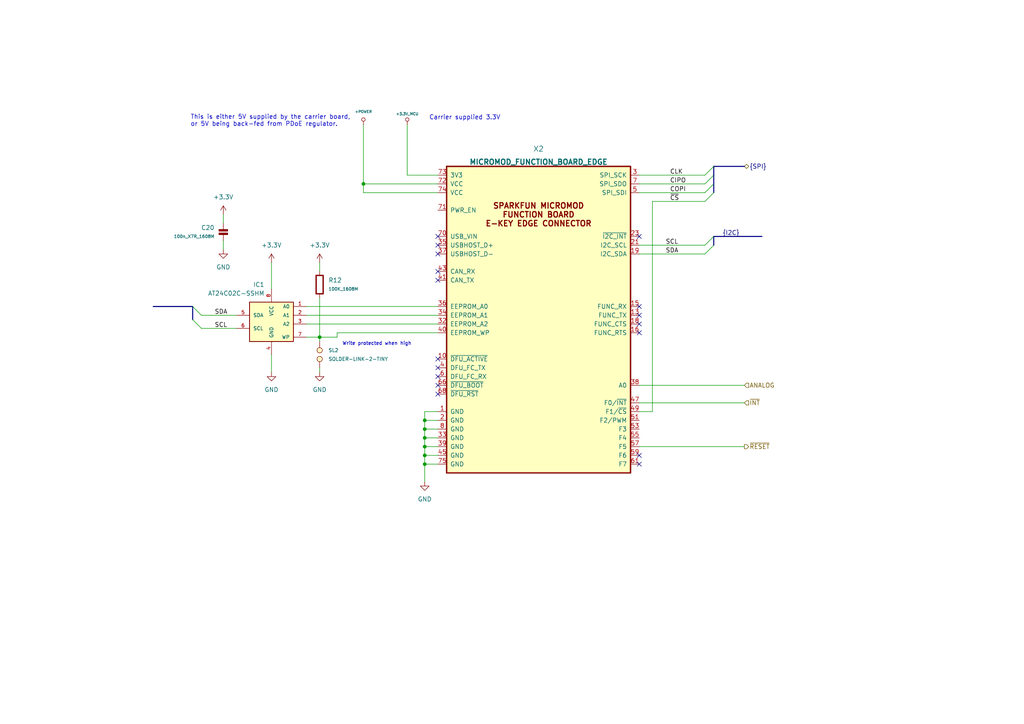
<source format=kicad_sch>
(kicad_sch (version 20230121) (generator eeschema)
  (paper "A4")
  (lib_symbols
    (symbol "appli_capacitor:100n_X7R_1608M" (pin_numbers hide) (pin_names (offset 0.254))
      (property "Reference" "C" (at -2.286 -2.54 90))
      (property "Value" "100n_X7R_1608M" (at 2.159 -2.54 90))
      (symbol "100n_X7R_1608M_0_1"
        (rectangle (start -1.27 -2.794) (end 1.27 -3.302) (fill (type outline)))
        (rectangle (start -1.27 -1.778) (end 1.27 -2.286) (fill (type outline)))
      )
      (symbol "100n_X7R_1608M_1_1"
        (pin passive line (at 0 0 270) (length 1.778) (name "~") (number "1"))
        (pin passive line (at 0 -5.08 90) (length 1.778) (name "~") (number "2"))
      )
    )
    (symbol "appli_connector:M2_EDGE_CONN_MICROMOD_FN" (pin_names (offset 1.016))
      (property "Reference" "X" (at 0 8.89 0))
      (property "Value" "MICROMOD_FUNCTION_BOARD_EDGE" (at 0 -85.09 0))
      (symbol "M2_EDGE_CONN_MICROMOD_FN_0_1"
        (rectangle (start -26.67 7.62) (end 26.67 -81.28) (stroke (width 0.4064)) (fill (type background)))
      )
      (symbol "M2_EDGE_CONN_MICROMOD_FN_1_0"
        (pin passive line (at -29.21 -48.26 0) (length 2.54) (name "~{DFU_ACTIVE}") (number "10"))
        (pin passive line (at 29.21 -35.56 180) (length 2.54) (name "FUNC_TX") (number "13"))
        (pin passive line (at 29.21 -33.02 180) (length 2.54) (name "FUNC_RX") (number "15"))
        (pin passive line (at 29.21 -40.64 180) (length 2.54) (name "FUNC_RTS") (number "16"))
        (pin passive line (at 29.21 -38.1 180) (length 2.54) (name "FUNC_CTS") (number "18"))
        (pin passive line (at 29.21 -17.78 180) (length 2.54) (name "I2C_SDA") (number "19"))
        (pin passive line (at -29.21 -66.04 0) (length 2.54) (name "GND") (number "2"))
        (pin passive line (at 29.21 -15.24 180) (length 2.54) (name "I2C_SCL") (number "21"))
        (pin passive line (at 29.21 -12.7 180) (length 2.54) (name "~{I2C_INT}") (number "23"))
        (pin passive line (at 29.21 5.08 180) (length 2.54) (name "SPI_SCK") (number "3"))
        (pin passive line (at -29.21 -38.1 0) (length 2.54) (name "EEPROM_A2") (number "32"))
        (pin passive line (at -29.21 -71.12 0) (length 2.54) (name "GND") (number "33"))
        (pin passive line (at -29.21 -35.56 0) (length 2.54) (name "EEPROM_A1") (number "34"))
        (pin passive line (at -29.21 -15.24 0) (length 2.54) (name "USBHOST_D+") (number "35"))
        (pin passive line (at -29.21 -33.02 0) (length 2.54) (name "EEPROM_A0") (number "36"))
        (pin passive line (at -29.21 -17.78 0) (length 2.54) (name "USBHOST_D-") (number "37"))
        (pin passive line (at 29.21 -55.88 180) (length 2.54) (name "A0") (number "38"))
        (pin passive line (at -29.21 -73.66 0) (length 2.54) (name "GND") (number "39"))
        (pin passive line (at -29.21 -50.8 0) (length 2.54) (name "DFU_FC_TX") (number "4"))
        (pin passive line (at -29.21 -40.64 0) (length 2.54) (name "EEPROM_WP") (number "40"))
        (pin passive line (at -29.21 -25.4 0) (length 2.54) (name "CAN_TX") (number "41"))
        (pin passive line (at -29.21 -22.86 0) (length 2.54) (name "CAN_RX") (number "43"))
        (pin passive line (at -29.21 -76.2 0) (length 2.54) (name "GND") (number "45"))
        (pin passive line (at 29.21 -60.96 180) (length 2.54) (name "F0/~{INT}") (number "47"))
        (pin passive line (at 29.21 -63.5 180) (length 2.54) (name "F1/~{CS}") (number "49"))
        (pin passive line (at 29.21 0 180) (length 2.54) (name "SPI_SDI") (number "5"))
        (pin passive line (at 29.21 -66.04 180) (length 2.54) (name "F2/PWM") (number "51"))
        (pin passive line (at 29.21 -68.58 180) (length 2.54) (name "F3") (number "53"))
        (pin passive line (at 29.21 -71.12 180) (length 2.54) (name "F4") (number "55"))
        (pin passive line (at 29.21 -73.66 180) (length 2.54) (name "F5") (number "57"))
        (pin passive line (at 29.21 -76.2 180) (length 2.54) (name "F6") (number "59"))
        (pin passive line (at -29.21 -53.34 0) (length 2.54) (name "DFU_FC_RX") (number "6"))
        (pin passive line (at 29.21 -78.74 180) (length 2.54) (name "F7") (number "61"))
        (pin passive line (at -29.21 -55.88 0) (length 2.54) (name "~{DFU_BOOT}") (number "66"))
        (pin passive line (at -29.21 -58.42 0) (length 2.54) (name "~{DFU_RST}") (number "68"))
        (pin passive line (at 29.21 2.54 180) (length 2.54) (name "SPI_SDO") (number "7"))
        (pin passive line (at -29.21 -12.7 0) (length 2.54) (name "USB_VIN") (number "70"))
        (pin passive line (at -29.21 -5.08 0) (length 2.54) (name "PWR_EN") (number "71"))
        (pin passive line (at -29.21 2.54 0) (length 2.54) (name "VCC") (number "72"))
        (pin passive line (at -29.21 5.08 0) (length 2.54) (name "3V3") (number "73"))
        (pin passive line (at -29.21 0 0) (length 2.54) (name "VCC") (number "74"))
        (pin passive line (at -29.21 -78.74 0) (length 2.54) (name "GND") (number "75"))
        (pin passive line (at -29.21 -68.58 0) (length 2.54) (name "GND") (number "8"))
      )
      (symbol "M2_EDGE_CONN_MICROMOD_FN_1_1"
        (text "SPARKFUN MICROMOD\nFUNCTION BOARD\nE-KEY EDGE CONNECTOR" (at 0 -6.35 0) (effects (font (size 1.6 1.6) bold)))
        (pin passive line (at -29.21 -63.5 0) (length 2.54) (name "GND") (number "1"))
      )
    )
    (symbol "appli_link:SOLDER-LINK-2-TINY" (pin_numbers hide) (pin_names (offset 0.762) hide)
      (property "Reference" "SL" (at 0 3.175 0))
      (property "Value" "SOLDER-LINK-2-TINY" (at 0.635 1.905 0))
      (symbol "SOLDER-LINK-2-TINY_0_1"
        (circle (center -1.27 0) (radius 0.762) (fill (type background)))
        (circle (center 1.27 0) (radius 0.762) (fill (type background)))
        (pin passive line (at -3.81 0 0) (length 1.778) (name "1") (number "1"))
        (pin passive line (at 3.81 0 180) (length 1.778) (name "2") (number "2"))
      )
    )
    (symbol "appli_memory:AT24C02C-SSHM" (pin_names (offset 1.016))
      (property "Reference" "IC" (at -5.08 6.35 0))
      (property "Value" "AT24C02C-SSHM" (at 8.89 -7.62 0))
      (symbol "AT24C02C-SSHM_0_1"
        (rectangle (start -6.35 5.08) (end 6.35 -6.35) (stroke (width 0.254)) (fill (type background)))
      )
      (symbol "AT24C02C-SSHM_1_1"
        (pin input line (at -10.16 3.81 0) (length 3.81) (name "A0") (number "1"))
        (pin input line (at -10.16 1.27 0) (length 3.81) (name "A1") (number "2"))
        (pin input line (at -10.16 -1.27 0) (length 3.81) (name "A2") (number "3"))
        (pin power_in line (at 0 -10.16 90) (length 3.81) (name "GND") (number "4"))
        (pin bidirectional line (at 10.16 1.27 180) (length 3.81) (name "SDA") (number "5"))
        (pin input line (at 10.16 -2.54 180) (length 3.81) (name "SCL") (number "6"))
        (pin input line (at -10.16 -5.08 0) (length 3.81) (name "WP") (number "7"))
        (pin power_in line (at 0 8.89 270) (length 3.81) (name "VCC") (number "8"))
      )
    )
    (symbol "appli_power:+3.3V" (power) (pin_names (offset 0))
      (property "Value" "+3.3V" (at 0 3.556 0))
      (symbol "+3.3V_0_1"
        (polyline (pts (xy -0.762 1.27) (xy 0 2.54)))
        (polyline (pts (xy 0 0) (xy 0 2.54)))
        (polyline (pts (xy 0 2.54) (xy 0.762 1.27)))
      )
      (symbol "+3.3V_1_1"
        (pin power_in line (at 0 0 90) (length 0) hide (name "+3.3V") (number "1"))
      )
    )
    (symbol "appli_power:+3.3V_MCU" (power) (pin_names (offset 0))
      (property "Value" "+3.3V_MCU" (at 0 2.794 0))
      (symbol "+3.3V_MCU_0_0"
        (pin power_in line (at 0 0 90) (length 0) hide (name "+3.3V_MCU") (number "1"))
      )
      (symbol "+3.3V_MCU_0_1"
        (polyline (pts (xy 0 0) (xy 0 1.016) (xy 0 1.016)))
        (circle (center 0 1.524) (radius 0.508))
      )
    )
    (symbol "appli_power:+POWER" (power) (pin_names (offset 0))
      (property "Value" "+POWER" (at 0 2.54 0))
      (symbol "+POWER_0_0"
        (pin power_in line (at 0 0 90) (length 0) hide (name "+POWER") (number "1"))
      )
      (symbol "+POWER_0_1"
        (polyline (pts (xy 0 0) (xy 0 1.016) (xy 0 1.016)))
        (circle (center 0 1.524) (radius 0.508))
      )
    )
    (symbol "appli_power:GND" (power) (pin_names (offset 0))
      (property "Value" "GND" (at 0 -3.81 0))
      (symbol "GND_0_1"
        (polyline (pts (xy 0 0) (xy 0 -1.27) (xy 1.27 -1.27) (xy 0 -2.54) (xy -1.27 -1.27) (xy 0 -1.27)))
      )
      (symbol "GND_1_1"
        (pin power_in line (at 0 0 270) (length 0) hide (name "GND") (number "1"))
      )
    )
    (symbol "appli_resistor:100K_1608M" (pin_numbers hide) (pin_names (offset 0))
      (property "Reference" "R" (at -2.159 -3.81 90))
      (property "Value" "100K_1608M" (at 2.032 -3.81 90))
      (symbol "100K_1608M_0_1"
        (rectangle (start -1.016 -1.143) (end 1.016 -6.477) (stroke (width 0.381)))
      )
      (symbol "100K_1608M_1_1"
        (pin passive line (at 0 0 270) (length 1.143) (name "~") (number "1"))
        (pin passive line (at 0 -7.62 90) (length 1.143) (name "~") (number "2"))
      )
    )
  )
  (junction (at 123.19 124.46))
  (junction (at 123.19 127))
  (junction (at 123.19 129.54))
  (junction (at 123.19 134.62))
  (junction (at 123.19 121.92))
  (junction (at 105.41 53.34))
  (junction (at 92.71 97.79))
  (junction (at 123.19 132.08))
  (no_connect (at 185.42 132.08))
  (no_connect (at 127 78.74))
  (no_connect (at 127 68.58))
  (no_connect (at 127 106.68))
  (no_connect (at 185.42 88.9))
  (no_connect (at 127 73.66))
  (no_connect (at 185.42 134.62))
  (no_connect (at 127 104.14))
  (no_connect (at 127 71.12))
  (no_connect (at 127 111.76))
  (no_connect (at 185.42 96.52))
  (no_connect (at 127 81.28))
  (no_connect (at 127 114.3))
  (no_connect (at 185.42 93.98))
  (no_connect (at 185.42 68.58))
  (no_connect (at 185.42 91.44))
  (no_connect (at 127 109.22))
  (bus_entry (at 204.47 73.66) (size 2.54 -2.54))
  (bus_entry (at 204.47 53.34) (size 2.54 -2.54))
  (bus_entry (at 204.47 50.8) (size 2.54 -2.54))
  (bus_entry (at 58.42 91.44) (size -2.54 -2.54))
  (bus_entry (at 204.47 58.42) (size 2.54 -2.54))
  (bus_entry (at 58.42 95.25) (size -2.54 -2.54))
  (bus_entry (at 204.47 55.88) (size 2.54 -2.54))
  (bus_entry (at 204.47 71.12) (size 2.54 -2.54))
  (wire (pts (xy 105.41 53.34) (xy 127 53.34)))
  (wire (pts (xy 185.42 116.84) (xy 215.9 116.84)))
  (wire (pts (xy 97.79 96.52) (xy 127 96.52)))
  (wire (pts (xy 189.23 58.42) (xy 189.23 119.38)))
  (wire (pts (xy 92.71 97.79) (xy 92.71 99.06)))
  (wire (pts (xy 88.9 88.9) (xy 127 88.9)))
  (wire (pts (xy 185.42 73.66) (xy 204.47 73.66)))
  (wire (pts (xy 92.71 86.36) (xy 92.71 97.79)))
  (wire (pts (xy 127 50.8) (xy 118.11 50.8)))
  (wire (pts (xy 123.19 129.54) (xy 127 129.54)))
  (wire (pts (xy 88.9 93.98) (xy 127 93.98)))
  (wire (pts (xy 78.74 76.2) (xy 78.74 83.82)))
  (wire (pts (xy 185.42 129.54) (xy 215.9 129.54)))
  (wire (pts (xy 64.77 69.85) (xy 64.77 72.39)))
  (bus (pts (xy 207.01 53.34) (xy 207.01 50.8)))
  (wire (pts (xy 97.79 97.79) (xy 92.71 97.79)))
  (bus (pts (xy 55.88 88.9) (xy 44.45 88.9)))
  (wire (pts (xy 123.19 132.08) (xy 127 132.08)))
  (wire (pts (xy 185.42 53.34) (xy 204.47 53.34)))
  (wire (pts (xy 123.19 132.08) (xy 123.19 134.62)))
  (wire (pts (xy 123.19 127) (xy 127 127)))
  (wire (pts (xy 123.19 121.92) (xy 127 121.92)))
  (wire (pts (xy 92.71 97.79) (xy 88.9 97.79)))
  (wire (pts (xy 123.19 121.92) (xy 123.19 124.46)))
  (wire (pts (xy 64.77 62.23) (xy 64.77 64.77)))
  (wire (pts (xy 127 119.38) (xy 123.19 119.38)))
  (wire (pts (xy 185.42 111.76) (xy 215.9 111.76)))
  (wire (pts (xy 88.9 91.44) (xy 127 91.44)))
  (wire (pts (xy 123.19 124.46) (xy 123.19 127)))
  (wire (pts (xy 123.19 127) (xy 123.19 129.54)))
  (wire (pts (xy 185.42 50.8) (xy 204.47 50.8)))
  (wire (pts (xy 189.23 58.42) (xy 204.47 58.42)))
  (bus (pts (xy 207.01 48.26) (xy 215.9 48.26)))
  (bus (pts (xy 207.01 71.12) (xy 207.01 68.58)))
  (wire (pts (xy 97.79 97.79) (xy 97.79 96.52)))
  (wire (pts (xy 123.19 134.62) (xy 127 134.62)))
  (wire (pts (xy 123.19 124.46) (xy 127 124.46)))
  (wire (pts (xy 92.71 76.2) (xy 92.71 78.74)))
  (wire (pts (xy 123.19 119.38) (xy 123.19 121.92)))
  (wire (pts (xy 123.19 134.62) (xy 123.19 139.7)))
  (wire (pts (xy 185.42 71.12) (xy 204.47 71.12)))
  (wire (pts (xy 118.11 36.195) (xy 118.11 50.8)))
  (bus (pts (xy 207.01 68.58) (xy 220.98 68.58)))
  (wire (pts (xy 78.74 102.87) (xy 78.74 107.95)))
  (wire (pts (xy 68.58 91.44) (xy 58.42 91.44)))
  (wire (pts (xy 123.19 129.54) (xy 123.19 132.08)))
  (wire (pts (xy 185.42 55.88) (xy 204.47 55.88)))
  (wire (pts (xy 68.58 95.25) (xy 58.42 95.25)))
  (bus (pts (xy 55.88 92.71) (xy 55.88 88.9)))
  (bus (pts (xy 207.01 50.8) (xy 207.01 48.26)))
  (wire (pts (xy 189.23 119.38) (xy 185.42 119.38)))
  (wire (pts (xy 105.41 55.88) (xy 105.41 53.34)))
  (wire (pts (xy 105.41 53.34) (xy 105.41 36.195)))
  (wire (pts (xy 127 55.88) (xy 105.41 55.88)))
  (wire (pts (xy 92.71 106.68) (xy 92.71 107.95)))
  (bus (pts (xy 207.01 55.88) (xy 207.01 53.34)))
  (text "Carrier supplied 3.3V" (at 124.46 34.925 0) (effects (font (size 1.27 1.27)) (justify left bottom)))
  (text "This is either 5V supplied by the carrier board,\nor 5V being back-fed from PDoE regulator." (at 55.245 36.83 0) (effects (font (size 1.27 1.27)) (justify left bottom)))
  (text "Write protected when high" (at 119.38 100.33 0) (effects (font (size 1 1)) (justify right bottom)))
  (label "SDA" (at 193.04 73.66 0))
  (label "CLK" (at 194.31 50.8 0))
  (label "~{CS}" (at 194.31 58.42 0))
  (label "COPI" (at 194.31 55.88 0))
  (label "CIPO" (at 194.31 53.34 0))
  (label "{I2C}" (at 209.55 68.58 0))
  (label "SDA" (at 62.23 91.44 0))
  (label "SCL" (at 193.04 71.12 0))
  (label "SCL" (at 62.23 95.25 0))
  (hierarchical_label "~{INT}" (shape input) (at 215.9 116.84 0))
  (hierarchical_label "~{RESET}" (shape output) (at 215.9 129.54 0))
  (hierarchical_label "ANALOG" (shape input) (at 215.9 111.76 0))
  (hierarchical_label "{SPI}" (shape bidirectional) (at 215.9 48.26 0))
  (symbol (lib_id "appli_power:GND") (at 78.74 107.95 0) (mirror y) (unit 1)
    (property "Reference" "#PWR029" (effects hide))
    (property "Value" "GND" (at 78.74 113.03 0))
    (instances (project "spe-sink" (path "" (reference "#PWR029") (unit 1)) (path "" (reference "#PWR032") (unit 1))))
  )
  (symbol (lib_id "appli_link:SOLDER-LINK-2-TINY") (at 92.71 102.87 90) (mirror x) (unit 1)
    (property "Reference" "SL2" (at 95.25 101.6 90) (effects (font (size 1.016 1.016)) (justify right)))
    (property "Value" "SOLDER-LINK-2-TINY" (at 95.25 104.14 90) (effects (font (size 1.016 1.016)) (justify right)))
    (property "Footprint" "Applidyne_Link:SJ1005-2N" (effects hide))
    (property "Datasheet" "DatasheetURL" (effects hide))
    (property "manf" "Manufacturer" (effects hide))
    (property "manf#" "ManufacturerPartNo" (effects hide))
    (property "Supplier" "Supplier" (effects hide))
    (property "Supplier Part No" "SupplierPartNo" (effects hide))
    (property "Supplier URL" "SupplierURL" (effects hide))
    (property "Supplier Price" "0" (effects hide))
    (property "Supplier Price Break" "1" (effects hide))
  )
  (symbol (lib_id "appli_power:+POWER") (at 105.41 36.195 0) (unit 1)
    (property "Reference" "#PWR054" (effects hide))
    (property "Value" "+POWER" (at 105.41 32.385 0) (effects (font (size 0.762 0.762))))
    (instances (project "spe-sink" (path "" (reference "#PWR054") (unit 1)) (path "" (reference "#PWR024") (unit 1))))
  )
  (symbol (lib_id "appli_power:+3.3V") (at 78.74 76.2 0) (mirror y) (unit 1)
    (property "Reference" "#PWR030" (effects hide))
    (property "Value" "+3.3V" (at 78.74 71.12 0))
    (instances (project "spe-sink" (path "" (reference "#PWR030") (unit 1)) (path "" (reference "#PWR031") (unit 1))))
  )
  (symbol (lib_id "appli_power:GND") (at 123.19 139.7 0) (unit 1)
    (property "Reference" "#PWR039" (effects hide))
    (property "Value" "GND" (at 123.19 144.78 0))
  )
  (symbol (lib_id "appli_power:+3.3V_MCU") (at 118.11 36.195 0) (unit 1)
    (property "Reference" "#PWR055" (effects hide))
    (property "Value" "+3.3V_MCU" (at 118.11 33.02 0) (effects (font (size 0.762 0.762))))
  )
  (symbol (lib_id "appli_power:+3.3V") (at 64.77 62.23 0) (mirror y) (unit 1)
    (property "Reference" "#PWR031" (effects hide))
    (property "Value" "+3.3V" (at 64.77 57.15 0))
    (instances (project "spe-sink" (path "" (reference "#PWR031") (unit 1)) (path "" (reference "#PWR029") (unit 1))))
  )
  (symbol (lib_id "appli_resistor:100K_1608M") (at 92.71 78.74 0) (unit 1)
    (property "Reference" "R12" (at 95.25 81.28 0) (effects (justify left)))
    (property "Value" "100K_1608M" (at 95.25 83.82 0) (effects (font (size 0.889 0.889)) (justify left)))
    (property "Footprint" "Applidyne_Resistor:RESC1608X50N" (effects hide))
    (property "Datasheet" "http://www.farnell.com/datasheets/1788326.pdf" (effects hide))
    (property "manf" "MULTICOMP" (effects hide))
    (property "manf#" "MC0063W06035100K" (effects hide))
    (property "Supplier" "Element14" (effects hide))
    (property "Supplier Part No" "9331719" (effects hide))
    (property "Supplier URL" "http://au.element14.com/multicomp/mc0063w06035100k/product-range-mc-series/dp/9331719" (effects hide))
    (property "Supplier Price" "0.001" (effects hide))
    (property "Supplier Price Break" "1" (effects hide))
  )
  (symbol (lib_id "appli_power:GND") (at 92.71 107.95 0) (mirror y) (unit 1)
    (property "Reference" "#PWR034" (effects hide))
    (property "Value" "GND" (at 92.71 113.03 0))
  )
  (symbol (lib_id "appli_connector:M2_EDGE_CONN_MICROMOD_FN") (at 156.21 55.88 0) (unit 1)
    (property "Reference" "X2" (at 156.21 43.18 0) (effects (font (size 1.524 1.524))))
    (property "Value" "MICROMOD_FUNCTION_BOARD_EDGE" (at 156.21 46.99 0) (effects (font (size 1.524 1.524) bold)))
    (property "Footprint" "Applidyne_Connector:M.2-MICROMOD-FN-CARD-EDGE" (effects hide))
    (property "Datasheet" "https://learn.sparkfun.com/tutorials/designing-with-micromod/how-to-design-a-function-board" (effects hide))
    (property "manf" "N/A" (effects hide))
    (property "Supplier Price" "0" (effects hide))
    (property "Supplier Price Break " "1" (effects hide))
  )
  (symbol (lib_id "appli_capacitor:100n_X7R_1608M") (at 64.77 64.77 0) (mirror y) (unit 1)
    (property "Reference" "C20" (at 62.23 66.04 0) (effects (justify left)))
    (property "Value" "100n_X7R_1608M" (at 62.23 68.58 0) (effects (font (size 0.889 0.889)) (justify left)))
    (property "Footprint" "Applidyne_Capacitor:CAPC1608X90N" (effects hide))
    (property "Datasheet" "http://www.farnell.com/datasheets/1732728.pdf" (effects hide))
    (property "manf" "KEMET" (effects hide))
    (property "manf#" "C0603C104K5RACAUTO" (effects hide))
    (property "Supplier" "Element14" (effects hide))
    (property "Supplier Part No" "2070398" (effects hide))
    (property "Supplier URL" "http://au.element14.com/kemet/c0603c104k5racauto/cap-mlcc-x7r-100nf-50v-0603/dp/2070398" (effects hide))
    (property "Supplier Price" "0.011" (effects hide))
    (property "Supplier Price Break" "1" (effects hide))
  )
  (symbol (lib_id "appli_power:+3.3V") (at 92.71 76.2 0) (mirror y) (unit 1)
    (property "Reference" "#PWR033" (effects hide))
    (property "Value" "+3.3V" (at 92.71 71.12 0))
  )
  (symbol (lib_id "appli_power:GND") (at 64.77 72.39 0) (mirror y) (unit 1)
    (property "Reference" "#PWR032" (effects hide))
    (property "Value" "GND" (at 64.77 77.47 0))
    (instances (project "spe-sink" (path "" (reference "#PWR032") (unit 1)) (path "" (reference "#PWR030") (unit 1))))
  )
  (symbol (lib_id "appli_memory:AT24C02C-SSHM") (at 78.74 92.71 0) (mirror y) (unit 1)
    (property "Reference" "IC1" (at 76.7206 82.55 0) (effects (justify left)))
    (property "Value" "AT24C02C-SSHM" (at 76.7206 85.09 0) (effects (justify left)))
    (property "Footprint" "Applidyne_SOIC:SOIC127P600X330-8L2N" (effects hide))
    (property "Datasheet" "http://www.farnell.com/datasheets/2047815.pdf" (effects hide))
    (property "manf" "ATMEL" (effects hide))
    (property "manf#" "AT24C02C-SSHM" (effects hide))
    (property "Supplier" "Element14" (effects hide))
    (property "Supplier Part No" "1971995" (effects hide))
    (property "Supplier URL" "http://au.element14.com/atmel/at24c02c-sshm-b/serial-eeprom-2kbit-1mhz-soic/dp/1971995" (effects hide))
    (property "Supplier Price" "0.63" (effects hide))
    (property "Supplier Price Break" "1" (effects hide))
  )
)
</source>
